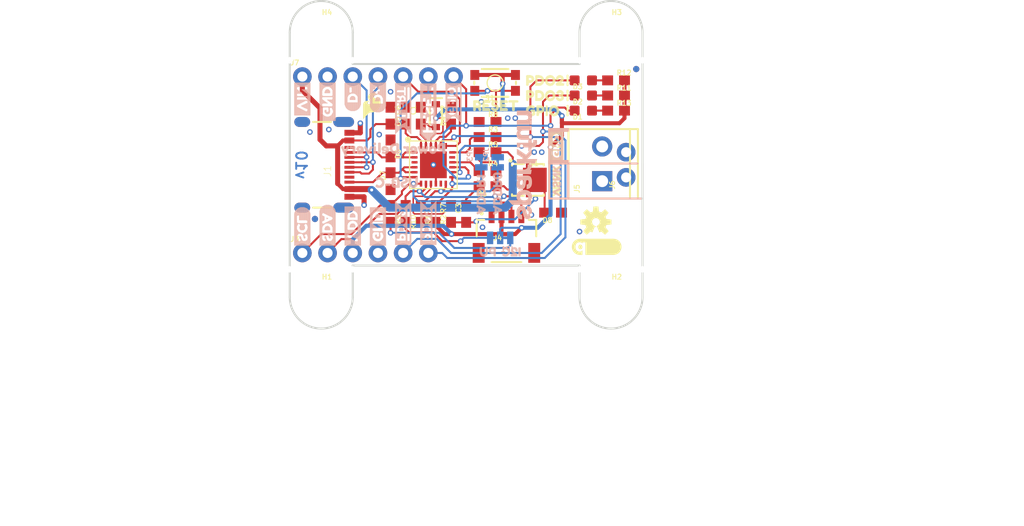
<source format=kicad_pcb>
(kicad_pcb (version 20211014) (generator pcbnew)
  (layers (0 "F.Cu" signal) (31 "B.Cu" signal) (34 "B.Paste" user) (35 "F.Paste" user) (36 "B.SilkS" user "B.Silkscreen") (37 "F.SilkS" user "F.Silkscreen") (38 "B.Mask" user) (39 "F.Mask" user) (44 "Edge.Cuts" user))
  (net 0 "")
  (net 1 "CC1")
  (net 2 "CC2")
  (net 3 "GND")
  (net 4 "D+")
  (net 5 "D-")
  (net 6 "SHIELD")
  (net 7 "1.2V")
  (net 8 "2.7V")
  (net 9 "VBUS_VS_DISCH")
  (net 10 "EN_SNK")
  (net 11 "N$8")
  (net 12 "N$10")
  (net 13 "DISCH")
  (net 14 "POWER_PDO2")
  (net 15 "POWER_PDO3")
  (net 16 "~{ALERT}")
  (net 17 "SDA")
  (net 18 "SCL")
  (net 19 "RESET")
  (net 20 "VSNK")
  (net 21 "N$5")
  (net 22 "N$6")
  (net 23 "ADDR0")
  (net 24 "ADDR1")
  (net 25 "N$13")
  (net 26 "N$1")
  (net 27 "N$2")
  (net 28 "VIN")
  (net 29 "VDD")
  (net 30 "GPIO")
  (footprint "boardEagle:JST04_1MM_RA" (layer "F.Cu") (at 152.5651 110.2106)
    (fp_text reference "J4")
    (fp_text value "QWIIC")
  )
  (footprint "boardEagle:0603" (layer "F.Cu") (at 150.6601 107.1626 180)
    (fp_text reference "R6")
    (fp_text value "100")
  )
  (footprint "" (layer "F.Cu") (at 131.9911 94.4626)
    (fp_text reference "@HOLE16" hide)
    (fp_text value "")
  )
  (footprint "boardEagle:0603" (layer "F.Cu") (at 163.6141 98.0186)
    (fp_text reference "R11")
    (fp_text value "1k")
  )
  (footprint "boardEagle:1X07_NO_SILK" (layer "F.Cu") (at 131.9911 96.1136)
    (fp_text reference "J7")
    (fp_text value "")
  )
  (footprint "boardEagle:8-POWERVDFN-3X3" (layer "F.Cu") (at 154.7241 106.5276 -90)
    (fp_text reference "Q1")
    (fp_text value "9A/30V/15mΩ")
  )
  (footprint "" (layer "F.Cu") (at 166.2811 115.5446)
    (fp_text reference "@HOLE11" hide)
    (fp_text value "")
  )
  (footprint "" (layer "F.Cu") (at 162.4711 94.4626)
    (fp_text reference "@HOLE18" hide)
    (fp_text value "")
  )
  (footprint "" (layer "F.Cu") (at 135.8011 115.5446)
    (fp_text reference "@HOLE4" hide)
    (fp_text value "")
  )
  (footprint "boardEagle:QWIIC_5MM" (layer "F.Cu") (at 161.6329 113.2586)
    (fp_text reference "LOGO3" hide)
    (fp_text value "QWIIC_LOGO_5MM" hide)
  )
  (footprint "" (layer "F.Cu") (at 163.7411 94.4626)
    (fp_text reference "@HOLE19" hide)
    (fp_text value "")
  )
  (footprint "boardEagle:0603" (layer "F.Cu") (at 140.8811 106.6546 90)
    (fp_text reference "D7")
    (fp_text value "24V")
  )
  (footprint "" (layer "F.Cu") (at 161.2011 115.5446)
    (fp_text reference "@HOLE8" hide)
    (fp_text value "")
  )
  (footprint "" (layer "F.Cu") (at 161.2011 94.4626)
    (fp_text reference "@HOLE22" hide)
    (fp_text value "")
  )
  (footprint "" (layer "F.Cu") (at 135.8011 94.4626)
    (fp_text reference "@HOLE14" hide)
    (fp_text value "")
  )
  (footprint "boardEagle:0603" (layer "F.Cu") (at 143.9291 100.0506 90)
    (fp_text reference "C1")
    (fp_text value "1.0uF")
  )
  (footprint "" (layer "F.Cu") (at 130.7211 115.5446)
    (fp_text reference "@HOLE3" hide)
    (fp_text value "")
  )
  (footprint "boardEagle:0603" (layer "F.Cu") (at 143.9291 109.9566 -90)
    (fp_text reference "R1")
    (fp_text value "100k")
  )
  (footprint "" (layer "F.Cu") (at 166.2811 94.4626)
    (fp_text reference "@HOLE21" hide)
    (fp_text value "")
  )
  (footprint "boardEagle:0603" (layer "F.Cu") (at 163.6141 99.5426)
    (fp_text reference "R13")
    (fp_text value "1k")
  )
  (footprint "boardEagle:0603" (layer "F.Cu") (at 140.8811 109.9566 -90)
    (fp_text reference "R9")
    (fp_text value "2.2k")
  )
  (footprint "boardEagle:OSHW-LOGO-S" (layer "F.Cu") (at 161.5821 110.7694)
    (fp_text reference "LOGO1" hide)
    (fp_text value "OSHW-LOGOS" hide)
  )
  (footprint "" (layer "F.Cu") (at 134.5311 115.5446)
    (fp_text reference "@HOLE0" hide)
    (fp_text value "")
  )
  (footprint "boardEagle:USB-C-16P" (layer "F.Cu") (at 137.0711 105.0036 -90)
    (fp_text reference "J1")
    (fp_text value "")
  )
  (footprint "boardEagle:0603" (layer "F.Cu") (at 163.6141 96.4946)
    (fp_text reference "R12")
    (fp_text value "1k")
  )
  (footprint "boardEagle:SFE_LOGO_FLAME_.1" (layer "F.Cu") (at 138.9761 99.0346)
    (fp_text reference "U$25" hide)
    (fp_text value "" hide)
  )
  (footprint "boardEagle:LED-0603" (layer "F.Cu") (at 160.3121 96.4946 180)
    (fp_text reference "D3")
    (fp_text value "GREEN")
  )
  (footprint "boardEagle:0603" (layer "F.Cu") (at 145.4531 109.9566 -90)
    (fp_text reference "R2")
    (fp_text value "100k")
  )
  (footprint "" (layer "F.Cu") (at 137.0711 94.4626)
    (fp_text reference "@HOLE15" hide)
    (fp_text value "")
  )
  (footprint "boardEagle:STAND-OFF" (layer "F.Cu") (at 133.8961 118.3386)
    (fp_text reference "H1")
    (fp_text value "STAND-OFF")
  )
  (footprint "boardEagle:STAND-OFF" (layer "F.Cu") (at 163.1061 91.6686)
    (fp_text reference "H3")
    (fp_text value "STAND-OFF")
  )
  (footprint "boardEagle:0603" (layer "F.Cu") (at 148.5011 109.9566 90)
    (fp_text reference "C3")
    (fp_text value "0.1uF")
  )
  (footprint "boardEagle:SOD-323" (layer "F.Cu") (at 145.4531 100.0506 -90)
    (fp_text reference "D4")
    (fp_text value "BAT60A")
  )
  (footprint "" (layer "F.Cu") (at 131.9911 115.5446)
    (fp_text reference "@HOLE2" hide)
    (fp_text value "")
  )
  (footprint "boardEagle:STAND-OFF" (layer "F.Cu") (at 163.1061 118.3386)
    (fp_text reference "H2")
    (fp_text value "STAND-OFF")
  )
  (footprint "boardEagle:PDO35" (layer "F.Cu") (at 153.5811 98.0186)
    (fp_text reference "U$20" hide)
    (fp_text value "" hide)
  )
  (footprint "boardEagle:0603" (layer "F.Cu") (at 150.6601 103.7336)
    (fp_text reference "R5")
    (fp_text value "100k")
  )
  (footprint "" (layer "F.Cu") (at 165.0111 115.5446)
    (fp_text reference "@HOLE10" hide)
    (fp_text value "")
  )
  (footprint "" (layer "F.Cu") (at 133.2611 115.5446)
    (fp_text reference "@HOLE1" hide)
    (fp_text value "")
  )
  (footprint "" (layer "F.Cu") (at 165.0111 94.4626)
    (fp_text reference "@HOLE20" hide)
    (fp_text value "")
  )
  (footprint "boardEagle:0603" (layer "F.Cu") (at 140.8811 103.3526 -90)
    (fp_text reference "D6")
    (fp_text value "24V")
  )
  (footprint "" (layer "F.Cu") (at 134.5311 94.4626)
    (fp_text reference "@HOLE13" hide)
    (fp_text value "")
  )
  (footprint "boardEagle:0603" (layer "F.Cu") (at 146.9771 100.0506 90)
    (fp_text reference "C2")
    (fp_text value "1.0uF")
  )
  (footprint "boardEagle:VSNK1" (layer "F.Cu") (at 157.6451 104.3686 -90)
    (fp_text reference "U$21" hide)
    (fp_text value "" hide)
  )
  (footprint "boardEagle:TACTILE_SWITCH_SMD_4.6X2.8MM" (layer "F.Cu") (at 151.4221 96.7486 180)
    (fp_text reference "S1")
    (fp_text value "")
  )
  (footprint "boardEagle:PDO24" (layer "F.Cu") (at 153.5811 96.4946)
    (fp_text reference "U$19" hide)
    (fp_text value "" hide)
  )
  (footprint "boardEagle:QFN-24" (layer "F.Cu") (at 145.1991 105.0036)
    (fp_text reference "U1" hide)
    (fp_text value "STUSB4500" hide)
  )
  (footprint "boardEagle:1X02_NO_SILK" (layer "F.Cu") (at 164.6301 106.2736 90)
    (fp_text reference "J6")
    (fp_text value "")
  )
  (footprint "" (layer "F.Cu") (at 133.2611 94.4626)
    (fp_text reference "@HOLE12" hide)
    (fp_text value "")
  )
  (footprint "boardEagle:0603" (layer "F.Cu") (at 146.9771 109.9566 90)
    (fp_text reference "R7")
    (fp_text value "1k")
  )
  (footprint "boardEagle:RESET7" (layer "F.Cu") (at 148.2471 99.0346)
    (fp_text reference "U$17" hide)
    (fp_text value "" hide)
  )
  (footprint "" (layer "F.Cu") (at 137.0711 115.5446)
    (fp_text reference "@HOLE5" hide)
    (fp_text value "")
  )
  (footprint "boardEagle:SCREWTERMINAL-3.5MM-2" (layer "F.Cu") (at 162.2171 106.6546 90)
    (fp_text reference "J5")
    (fp_text value "")
  )
  (footprint "boardEagle:1X06_NO_SILK" (layer "F.Cu") (at 131.9911 113.8936)
    (fp_text reference "J3")
    (fp_text value "")
  )
  (footprint "" (layer "F.Cu") (at 159.9311 115.5446)
    (fp_text reference "@HOLE9" hide)
    (fp_text value "")
  )
  (footprint "boardEagle:GPIO1" (layer "F.Cu") (at 153.5811 99.5426)
    (fp_text reference "U$18" hide)
    (fp_text value "" hide)
  )
  (footprint "boardEagle:0603" (layer "F.Cu") (at 150.6601 100.6856)
    (fp_text reference "R8")
    (fp_text value "100k")
  )
  (footprint "boardEagle:GND0" (layer "F.Cu") (at 157.6451 101.1936 -90)
    (fp_text reference "U$22" hide)
    (fp_text value "" hide)
  )
  (footprint "boardEagle:LED-0603" (layer "F.Cu") (at 160.3121 98.0186 180)
    (fp_text reference "D2")
    (fp_text value "Yellow")
  )
  (footprint "" (layer "F.Cu") (at 162.4711 115.5446)
    (fp_text reference "@HOLE7" hide)
    (fp_text value "")
  )
  (footprint "" (layer "F.Cu") (at 163.7411 115.5446)
    (fp_text reference "@HOLE6" hide)
    (fp_text value "")
  )
  (footprint "boardEagle:FIDUCIAL-MICRO" (layer "F.Cu") (at 165.6461 95.3516)
    (fp_text reference "FD2" hide)
    (fp_text value "FIDUCIALUFIDUCIAL" hide)
  )
  (footprint "boardEagle:0603" (layer "F.Cu") (at 140.8811 100.0506 -90)
    (fp_text reference "D5")
    (fp_text value "24V")
  )
  (footprint "boardEagle:0603" (layer "F.Cu") (at 150.6601 102.2096)
    (fp_text reference "R3")
    (fp_text value "1k")
  )
  (footprint "boardEagle:0603" (layer "F.Cu") (at 142.4051 100.0506 90)
    (fp_text reference "C6")
    (fp_text value "1.0uF")
  )
  (footprint "boardEagle:0603" (layer "F.Cu") (at 142.4051 109.9566 -90)
    (fp_text reference "R10")
    (fp_text value "2.2k")
  )
  (footprint "boardEagle:CREATIVE_COMMONS" (layer "F.Cu") (at 121.8311 140.9446)
    (fp_text reference "FRAME1" hide)
    (fp_text value "FRAME-LETTER" hide)
  )
  (footprint "boardEagle:STAND-OFF" (layer "F.Cu") (at 133.8961 91.6686)
    (fp_text reference "H4")
    (fp_text value "STAND-OFF")
  )
  (footprint "" (layer "F.Cu") (at 130.7211 94.4626)
    (fp_text reference "@HOLE17" hide)
    (fp_text value "")
  )
  (footprint "boardEagle:FIDUCIAL-MICRO" (layer "F.Cu") (at 133.2611 110.4646)
    (fp_text reference "FD1" hide)
    (fp_text value "FIDUCIALUFIDUCIAL" hide)
  )
  (footprint "boardEagle:LED-0603" (layer "F.Cu") (at 160.3121 99.5426 180)
    (fp_text reference "D1")
    (fp_text value "BLUE")
  )
  (footprint "boardEagle:0603" (layer "F.Cu") (at 150.6601 105.6386)
    (fp_text reference "R4")
    (fp_text value "22k")
  )
  (footprint "" (layer "F.Cu") (at 159.9311 94.4626)
    (fp_text reference "@HOLE23" hide)
    (fp_text value "")
  )
  (footprint "boardEagle:0603" (layer "F.Cu") (at 157.2641 109.8296 180)
    (fp_text reference "D8")
    (fp_text value "24V")
  )
  (footprint "boardEagle:I2C2" (layer "B.Cu") (at 154.8511 113.7666 180)
    (fp_text reference "U$13" hide)
    (fp_text value "" hide)
  )
  (footprint "boardEagle:VIN6" (layer "B.Cu") (at 131.9911 100.5586 90)
    (fp_text reference "U$12" hide)
    (fp_text value "" hide)
  )
  (footprint "boardEagle:D#8" (layer "B.Cu") (at 137.0711 99.6696 90)
    (fp_text reference "U$7" hide)
    (fp_text value "" hide)
  )
  (footprint "boardEagle:SDA11" (layer "B.Cu") (at 134.5311 113.6396 90)
    (fp_text reference "U$3" hide)
    (fp_text value "" hide)
  )
  (footprint "boardEagle:D#7" (layer "B.Cu") (at 139.6111 99.7966 90)
    (fp_text reference "U$8" hide)
    (fp_text value "" hide)
  )
  (footprint "boardEagle:ADDR11" (layer "B.Cu") (at 150.0251 110.8202 90)
    (fp_text reference "U$16" hide)
    (fp_text value "" hide)
  )
  (footprint "boardEagle:GND6" (layer "B.Cu") (at 139.6111 113.6396 90)
    (fp_text reference "U$2" hide)
    (fp_text value "" hide)
  )
  (footprint "boardEagle:VSNK1" (layer "B.Cu") (at 157.6451 108.9406 90)
    (fp_text reference "U$24" hide)
    (fp_text value "" hide)
  )
  (footprint "boardEagle:VDD2" (layer "B.Cu") (at 137.0711 113.6396 90)
    (fp_text reference "U$1" hide)
    (fp_text value "" hide)
  )
  (footprint "boardEagle:GND6" (layer "B.Cu") (at 134.5311 101.0666 90)
    (fp_text reference "U$11" hide)
    (fp_text value "" hide)
  )
  (footprint "boardEagle:RESET10" (layer "B.Cu") (at 144.6911 102.7176 90)
    (fp_text reference "U$10" hide)
    (fp_text value "" hide)
  )
  (footprint "boardEagle:#GPIO0" (layer "B.Cu") (at 147.2311 101.092 90)
    (fp_text reference "U$5" hide)
    (fp_text value "" hide)
  )
  (footprint "boardEagle:_POWER_DELIVERY2" (layer "B.Cu") (at 147.7391 103.3526 180)
    (fp_text reference "U$27" hide)
    (fp_text value "" hide)
  )
  (footprint "boardEagle:#PDO31" (layer "B.Cu") (at 144.6911 113.7666 90)
    (fp_text reference "U$30" hide)
    (fp_text value "" hide)
  )
  (footprint "boardEagle:SCL12" (layer "B.Cu") (at 131.9911 113.6396 90)
    (fp_text reference "U$4" hide)
    (fp_text value "" hide)
  )
  (footprint "boardEagle:SMT-JUMPER_2_NC_TRACE_NO-SILK" (layer "B.Cu") (at 150.0251 104.7496 -90)
    (fp_text reference "JP3")
    (fp_text value "")
  )
  (footprint "boardEagle:ADDR00" (layer "B.Cu") (at 151.6761 110.8202 90)
    (fp_text reference "U$15" hide)
    (fp_text value "" hide)
  )
  (footprint "boardEagle:USB#C1" (layer "B.Cu") (at 144.6149 106.7816 180)
    (fp_text reference "U$9" hide)
    (fp_text value "" hide)
  )
  (footprint "boardEagle:GND0" (layer "B.Cu") (at 157.6451 105.0036 90)
    (fp_text reference "U$23" hide)
    (fp_text value "" hide)
  )
  (footprint "boardEagle:SFE_LOGO_NAME_.1" (layer "B.Cu") (at 154.2161 105.0036 90)
    (fp_text reference "LOGO2" hide)
    (fp_text value "SFE_LOGO_NAME.1_INCH" hide)
  )
  (footprint "boardEagle:FIDUCIAL-MICRO" (layer "B.Cu") (at 133.2611 110.4646 180)
    (fp_text reference "FD4" hide)
    (fp_text value "FIDUCIALUFIDUCIAL" hide)
  )
  (footprint "boardEagle:#PDO20" (layer "B.Cu") (at 142.1511 113.7666 90)
    (fp_text reference "U$29" hide)
    (fp_text value "" hide)
  )
  (footprint "boardEagle:#ALERT0" (layer "B.Cu") (at 142.1511 102.2096 90)
    (fp_text reference "U$26" hide)
    (fp_text value "" hide)
  )
  (footprint "boardEagle:SMT-JUMPER_2_NC_TRACE_NO-SILK" (layer "B.Cu") (at 151.6761 104.7496 -90)
    (fp_text reference "JP2")
    (fp_text value "")
  )
  (footprint "boardEagle:SMT-JUMPER_3_2-NC_TRACE_NO-SILK" (layer "B.Cu") (at 151.9301 112.3696)
    (fp_text reference "JP1")
    (fp_text value "")
  )
  (footprint "boardEagle:PU3" (layer "B.Cu") (at 152.3111 113.7666 180)
    (fp_text reference "U$14" hide)
    (fp_text value "" hide)
  )
  (footprint "boardEagle:FIDUCIAL-MICRO" (layer "B.Cu") (at 165.6461 95.3516 180)
    (fp_text reference "FD3" hide)
    (fp_text value "FIDUCIALUFIDUCIAL" hide)
  )
  (gr_line (start 156.8831 108.4072) (end 156.8831 104.8766) (layer "B.SilkS") (width 0.2032))
  (gr_line (start 156.8831 104.8766) (end 158.7881 104.8766) (layer "B.SilkS") (width 0.2032))
  (gr_line (start 158.7881 101.5746) (end 156.8831 101.5746) (layer "B.SilkS") (width 0.2032))
  (gr_line (start 158.7881 108.4072) (end 156.8831 108.4072) (layer "B.SilkS") (width 0.2032))
  (gr_line (start 166.2811 108.4072) (end 166.2811 104.8766) (layer "B.SilkS") (width 0.2032))
  (gr_line (start 158.7881 104.8766) (end 165.7731 104.8766) (layer "B.SilkS") (width 0.2032))
  (gr_line (start 156.8831 104.6226) (end 156.8831 101.5746) (layer "B.SilkS") (width 0.2032))
  (gr_line (start 158.7881 101.3968) (end 156.8831 101.3968) (layer "B.SilkS") (width 0.2032))
  (gr_line (start 158.7881 104.6226) (end 156.8831 104.6226) (layer "B.SilkS") (width 0.2032))
  (gr_line (start 156.8831 104.8766) (end 156.8831 104.7496) (layer "B.SilkS") (width 0.2032))
  (gr_line (start 156.8831 104.7496) (end 156.8831 104.6226) (layer "B.SilkS") (width 0.2032))
  (gr_line (start 156.8831 101.5746) (end 156.8831 101.3968) (layer "B.SilkS") (width 0.2032))
  (gr_line (start 158.7881 104.7496) (end 156.8831 104.7496) (layer "B.SilkS") (width 0.2032))
  (gr_line (start 158.7881 104.8766) (end 158.7881 108.4072) (layer "B.SilkS") (width 0.2032))
  (gr_line (start 158.7881 108.4072) (end 166.2811 108.4072) (layer "B.SilkS") (width 0.2032))
  (gr_line (start 156.8831 104.7496) (end 158.7881 104.7496) (layer "F.SilkS") (width 0.2032))
  (gr_line (start 156.8831 104.8766) (end 165.7731 104.8766) (layer "F.SilkS") (width 0.2032))
  (gr_line (start 156.8831 108.4072) (end 156.8831 104.8766) (layer "F.SilkS") (width 0.2032))
  (gr_line (start 156.8831 101.5746) (end 156.8831 101.3968) (layer "F.SilkS") (width 0.2032))
  (gr_line (start 158.9151 108.4072) (end 156.8831 108.4072) (layer "F.SilkS") (width 0.2032))
  (gr_line (start 156.8831 104.7496) (end 156.8831 101.5746) (layer "F.SilkS") (width 0.2032))
  (gr_line (start 156.8831 104.8766) (end 156.8831 104.7496) (layer "F.SilkS") (width 0.2032))
  (gr_line (start 156.8831 101.3968) (end 158.7881 101.3968) (layer "F.SilkS") (width 0.2032))
  (gr_line (start 156.8831 101.5746) (end 158.7881 101.5746) (layer "F.SilkS") (width 0.2032))
  (gr_line (start 130.7211 118.3386) (end 130.7211 91.6686) (layer "Edge.Cuts") (width 0.2032))
  (gr_line (start 166.2811 91.6686) (end 166.2811 118.3386) (layer "Edge.Cuts") (width 0.2032))
  (gr_arc (start 159.9311 91.6686) (mid 160.861036 89.423536) (end 163.1061 88.4936) (layer "Edge.Cuts") (width 0.2032))
  (gr_arc (start 163.1061 121.5136) (mid 160.861036 120.583664) (end 159.9311 118.3386) (layer "Edge.Cuts") (width 0.2032))
  (gr_line (start 159.9311 115.1636) (end 137.0711 115.1636) (layer "Edge.Cuts") (width 0.2032))
  (gr_line (start 137.0711 91.6686) (end 137.0711 94.8436) (layer "Edge.Cuts") (width 0.2032))
  (gr_arc (start 130.7211 91.6686) (mid 131.651036 89.423536) (end 133.8961 88.4936) (layer "Edge.Cuts") (width 0.2032))
  (gr_arc (start 133.8961 88.4936) (mid 136.141164 89.423536) (end 137.0711 91.6686) (layer "Edge.Cuts") (width 0.2032))
  (gr_arc (start 163.1061 88.4936) (mid 165.351164 89.423536) (end 166.2811 91.6686) (layer "Edge.Cuts") (width 0.2032))
  (gr_line (start 137.0711 94.8436) (end 159.9311 94.8436) (layer "Edge.Cuts") (width 0.2032))
  (gr_arc (start 137.0711 118.3386) (mid 136.141164 120.583664) (end 133.8961 121.5136) (layer "Edge.Cuts") (width 0.2032))
  (gr_line (start 137.0711 115.1636) (end 137.0711 118.3386) (layer "Edge.Cuts") (width 0.2032))
  (gr_line (start 159.9311 118.3386) (end 159.9311 115.1636) (layer "Edge.Cuts") (width 0.2032))
  (gr_line (start 159.9311 94.8436) (end 159.9311 91.6686) (layer "Edge.Cuts") (width 0.2032))
  (gr_arc (start 133.8961 121.5136) (mid 131.651036 120.583664) (end 130.7211 118.3386) (layer "Edge.Cuts") (width 0.2032))
  (gr_arc (start 166.2811 118.3386) (mid 165.351164 120.583664) (end 163.1061 121.5136) (layer "Edge.Cuts") (width 0.2032))
  (gr_text "v10" (at 131.2291 105.0036 -90) (layer "B.Cu") (effects (font (size 1.0795 1.0795) (thickness 0.1905)) (justify bottom mirror)))
  (segment (start 142.1511 103.9876) (end 142.1511 104.2536) (width 0.2032) (layer "F.Cu") (net 1))
  (segment (start 143.2991 104.2536) (end 142.1511 104.2536) (width 0.2032) (layer "F.Cu") (net 1))
  (segment (start 142.1511 104.2536) (end 140.9321 104.2536) (width 0.2032) (layer "F.Cu") (net 1))
  (segment (start 139.5041 103.7536) (end 140.0041 104.2536) (width 0.2032) (layer "F.Cu") (net 1))
  (segment (start 140.9321 104.2536) (end 140.8811 104.2026) (width 0.2032) (layer "F.Cu") (net 1))
  (segment (start 140.0041 104.2536) (end 140.9321 104.2536) (width 0.2032) (layer "F.Cu") (net 1))
  (segment (start 136.7311 103.7536) (end 139.5041 103.7536) (width 0.2032) (layer "F.Cu") (net 1))
  (segment (start 142.3851 103.7536) (end 142.1511 103.9876) (width 0.2032) (layer "F.Cu") (net 1))
  (segment (start 143.2991 103.7536) (end 142.3851 103.7536) (width 0.2032) (layer "F.Cu") (net 1))
  (segment (start 143.2991 105.7536) (end 142.3931 105.7536) (width 0.2032) (layer "F.Cu") (net 2))
  (segment (start 142.3931 105.7536) (end 142.0876 105.4481) (width 0.2032) (layer "F.Cu") (net 2))
  (segment (start 140.0681 105.8046) (end 139.1191 106.7536) (width 0.2032) (layer "F.Cu") (net 2))
  (segment (start 136.7311 106.7536) (end 139.1191 106.7536) (width 0.2032) (layer "F.Cu") (net 2))
  (segment (start 143.2951 105.2576) (end 142.2781 105.2576) (width 0.2032) (layer "F.Cu") (net 2))
  (segment (start 140.8811 105.8046) (end 140.0681 105.8046) (width 0.2032) (layer "F.Cu") (net 2))
  (segment (start 141.7311 105.8046) (end 142.0876 105.4481) (width 0.2032) (layer "F.Cu") (net 2))
  (segment (start 142.0876 105.4481) (end 142.2781 105.2576) (width 0.2032) (layer "F.Cu") (net 2))
  (segment (start 143.2991 105.2536) (end 143.2951 105.2576) (width 0.2032) (layer "F.Cu") (net 2))
  (segment (start 140.8811 105.8046) (end 141.7311 105.8046) (width 0.2032) (layer "F.Cu") (net 2))
  (segment (start 138.2141 108.2286) (end 138.2141 109.0676) (width 0.508) (layer "F.Cu") (net 3))
  (segment (start 136.7311 101.7786) (end 137.8331 101.7786) (width 0.508) (layer "F.Cu") (net 3))
  (segment (start 145.4491 105.2536) (end 145.1991 105.0036) (width 0.2032) (layer "F.Cu") (net 3))
  (segment (start 137.8331 101.7786) (end 137.8331 100.8126) (width 0.508) (layer "F.Cu") (net 3))
  (segment (start 136.7311 108.2286) (end 138.2141 108.2286) (width 0.508) (layer "F.Cu") (net 3))
  (segment (start 144.9491 104.7536) (end 145.1991 105.0036) (width 0.2032) (layer "F.Cu") (net 3))
  (segment (start 145.4491 106.9036) (end 145.4491 105.2536) (width 0.2032) (layer "F.Cu") (net 3))
  (via (at 159.9311 111.7346) (size 0.5588) (drill 0.3048) (layers "F.Cu" "B.Cu") (net 3))
  (via (at 137.8331 100.8126) (size 0.5588) (drill 0.3048) (layers "F.Cu" "B.Cu") (net 3))
  (via (at 150.0251 98.6536) (size 0.5588) (drill 0.3048) (layers "F.Cu" "B.Cu") (net 3))
  (via (at 145.1991 105.0036) (size 0.5588) (drill 0.3048) (layers "F.Cu" "B.Cu") (net 3))
  (via (at 139.7381 101.9556) (size 0.5588) (drill 0.3048) (layers "F.Cu" "B.Cu") (net 3))
  (via (at 150.1521 111.3028) (size 0.5588) (drill 0.3048) (layers "F.Cu" "B.Cu") (net 3))
  (via (at 140.8811 97.6376) (size 0.5588) (drill 0.3048) (layers "F.Cu" "B.Cu") (net 3))
  (via (at 138.2141 109.0676) (size 0.5588) (drill 0.3048) (layers "F.Cu" "B.Cu") (net 3))
  (via (at 153.4541 100.3046) (size 0.5588) (drill 0.3048) (layers "F.Cu" "B.Cu") (net 3))
  (via (at 156.1211 103.7336) (size 0.5588) (drill 0.3048) (layers "F.Cu" "B.Cu") (net 3))
  (via (at 155.0797 110.0582) (size 0.5588) (drill 0.3048) (layers "F.Cu" "B.Cu") (net 3))
  (via (at 155.3591 103.7336) (size 0.5588) (drill 0.3048) (layers "F.Cu" "B.Cu") (net 3))
  (via (at 152.6921 100.3046) (size 0.5588) (drill 0.3048) (layers "F.Cu" "B.Cu") (net 3))
  (segment (start 139.1031 104.7376) (end 139.0911 104.7496) (width 0.2032) (layer "F.Cu") (net 4))
  (segment (start 139.0911 104.7496) (end 137.9601 104.7496) (width 0.2032) (layer "F.Cu") (net 4))
  (segment (start 139.1031 105.4996) (end 139.1031 104.7376) (width 0.2032) (layer "F.Cu") (net 4))
  (segment (start 137.9601 104.7536) (end 137.9601 104.7496) (width 0.2032) (layer "F.Cu") (net 4))
  (segment (start 136.7311 105.7536) (end 137.8211 105.7536) (width 0.2032) (layer "F.Cu") (net 4))
  (segment (start 136.7311 104.7536) (end 137.9601 104.7536) (width 0.2032) (layer "F.Cu") (net 4))
  (segment (start 139.1031 105.4996) (end 138.7101 105.8926) (width 0.2032) (layer "F.Cu") (net 4))
  (segment (start 137.8211 105.7536) (end 137.9601 105.8926) (width 0.2032) (layer "F.Cu") (net 4))
  (segment (start 137.9601 105.8926) (end 138.7101 105.8926) (width 0.2032) (layer "F.Cu") (net 4))
  (via (at 139.1031 104.7376) (size 0.5588) (drill 0.3048) (layers "F.Cu" "B.Cu") (net 4))
  (segment (start 139.5476 97.3201) (end 139.1031 97.7646) (width 0.2032) (layer "B.Cu") (net 4))
  (segment (start 139.6111 96.1136) (end 139.6111 97.2566) (width 0.2032) (layer "B.Cu") (net 4))
  (segment (start 139.6111 97.2566) (end 139.5476 97.3201) (width 0.2032) (layer "B.Cu") (net 4))
  (segment (start 139.1031 97.7646) (end 139.1031 104.7376) (width 0.2032) (layer "B.Cu") (net 4))
  (segment (start 136.7311 104.2536) (end 136.7311 104.2362) (width 0.2032) (layer "F.Cu") (net 5))
  (segment (start 136.7311 105.2536) (end 138.4681 105.2536) (width 0.2032) (layer "F.Cu") (net 5))
  (segment (start 136.7311 104.2362) (end 138.4681 104.2362) (width 0.2032) (layer "F.Cu") (net 5))
  (segment (start 138.4681 105.2536) (end 138.4681 105.2576) (width 0.2032) (layer "F.Cu") (net 5))
  (via (at 138.4681 104.2362) (size 0.5588) (drill 0.3048) (layers "F.Cu" "B.Cu") (net 5))
  (via (at 138.4681 105.2576) (size 0.5588) (drill 0.3048) (layers "F.Cu" "B.Cu") (net 5))
  (segment (start 138.4681 105.2576) (end 138.4681 104.2362) (width 0.2032) (layer "B.Cu") (net 5))
  (segment (start 138.4681 97.5106) (end 137.0711 96.1136) (width 0.2032) (layer "B.Cu") (net 5))
  (segment (start 138.4681 104.2362) (end 138.4681 97.5106) (width 0.2032) (layer "B.Cu") (net 5))
  (via (at 134.6581 101.4476) (size 0.5588) (drill 0.3048) (layers "F.Cu" "B.Cu") (net 6))
  (via (at 132.7531 101.7016) (size 0.5588) (drill 0.3048) (layers "F.Cu" "B.Cu") (net 6))
  (segment (start 145.8595 102.1842) (end 145.4491 102.5946) (width 0.2032) (layer "F.Cu") (net 7))
  (segment (start 145.4491 102.5946) (end 145.4491 103.1036) (width 0.2032) (layer "F.Cu") (net 7))
  (segment (start 146.9771 100.9006) (end 146.9771 101.6541) (width 0.2032) (layer "F.Cu") (net 7))
  (segment (start 146.9771 101.6541) (end 146.447 102.1842) (width 0.2032) (layer "F.Cu") (net 7))
  (segment (start 146.447 102.1842) (end 145.8595 102.1842) (width 0.2032) (layer "F.Cu") (net 7))
  (segment (start 144.8759 101.2006) (end 145.4531 101.2006) (width 0.2032) (layer "F.Cu") (net 8))
  (segment (start 143.9291 100.9006) (end 143.9291 101.9556) (width 0.2032) (layer "F.Cu") (net 8))
  (segment (start 143.9291 101.9556) (end 144.4491 102.4756) (width 0.2032) (layer "F.Cu") (net 8))
  (segment (start 144.5759 100.9006) (end 144.8759 101.2006) (width 0.2032) (layer "F.Cu") (net 8))
  (segment (start 144.4491 102.4756) (end 144.4491 103.1036) (width 0.2032) (layer "F.Cu") (net 8))
  (segment (start 143.9291 100.9006) (end 144.5759 100.9006) (width 0.2032) (layer "F.Cu") (net 8))
  (segment (start 147.0991 103.7536) (end 148.4811 103.7536) (width 0.2032) (layer "F.Cu") (net 9))
  (segment (start 148.8821 102.4636) (end 149.1361 102.2096) (width 0.2032) (layer "F.Cu") (net 9))
  (segment (start 149.1361 102.2096) (end 149.8101 102.2096) (width 0.2032) (layer "F.Cu") (net 9))
  (segment (start 148.8821 103.3526) (end 148.8821 102.4636) (width 0.2032) (layer "F.Cu") (net 9))
  (segment (start 148.4811 103.7536) (end 148.8821 103.3526) (width 0.2032) (layer "F.Cu") (net 9))
  (segment (start 149.8101 105.6386) (end 148.9251 104.7536) (width 0.2032) (layer "F.Cu") (net 10))
  (segment (start 148.9251 104.7536) (end 147.0991 104.7536) (width 0.2032) (layer "F.Cu") (net 10))
  (segment (start 149.8101 103.7336) (end 149.8101 104.5346) (width 0.2032) (layer "F.Cu") (net 11))
  (segment (start 151.2951 104.7496) (end 151.5101 104.9646) (width 0.2032) (layer "F.Cu") (net 11))
  (segment (start 153.1991 107.5026) (end 152.6511 107.5026) (width 0.2032) (layer "F.Cu") (net 11))
  (segment (start 151.5101 105.6386) (end 151.5101 107.1626) (width 0.2032) (layer "F.Cu") (net 11))
  (segment (start 151.5101 104.9646) (end 151.5101 105.6386) (width 0.2032) (layer "F.Cu") (net 11))
  (segment (start 152.6511 107.5026) (end 152.3111 107.1626) (width 0.2032) (layer "F.Cu") (net 11))
  (segment (start 149.8101 104.5346) (end 150.0251 104.7496) (width 0.2032) (layer "F.Cu") (net 11))
  (segment (start 152.3111 107.1626) (end 151.5101 107.1626) (width 0.2032) (layer "F.Cu") (net 11))
  (segment (start 150.0251 104.7496) (end 151.2951 104.7496) (width 0.2032) (layer "F.Cu") (net 11))
  (segment (start 148.5011 108.4716) (end 148.5011 109.1066) (width 0.2032) (layer "F.Cu") (net 12))
  (segment (start 149.8101 107.1626) (end 148.5011 108.4716) (width 0.2032) (layer "F.Cu") (net 12))
  (segment (start 144.9491 106.9036) (end 144.9491 107.4126) (width 0.1524) (layer "F.Cu") (net 13))
  (segment (start 144.9491 107.4126) (end 144.1831 108.1786) (width 0.1524) (layer "F.Cu") (net 13))
  (segment (start 146.1271 109.9566) (end 146.9771 109.1066) (width 0.1524) (layer "F.Cu") (net 13))
  (segment (start 144.1831 108.1786) (end 143.2941 108.1786) (width 0.1524) (layer "F.Cu") (net 13))
  (segment (start 143.1671 109.8296) (end 143.2941 109.9566) (width 0.1524) (layer "F.Cu") (net 13))
  (segment (start 143.2941 109.9566) (end 146.1271 109.9566) (width 0.1524) (layer "F.Cu") (net 13))
  (segment (start 143.2941 108.1786) (end 143.1671 108.3056) (width 0.1524) (layer "F.Cu") (net 13))
  (segment (start 143.1671 108.3056) (end 143.1671 109.8296) (width 0.1524) (layer "F.Cu") (net 13))
  (segment (start 155.6131 96.4946) (end 159.4351 96.4946) (width 0.2032) (layer "F.Cu") (net 14))
  (segment (start 146.1643 102.5144) (end 145.9491 102.7296) (width 0.2032) (layer "F.Cu") (net 14))
  (segment (start 146.9771 102.5144) (end 146.1643 102.5144) (width 0.2032) (layer "F.Cu") (net 14))
  (segment (start 145.9491 102.7296) (end 145.9491 103.1036) (width 0.2032) (layer "F.Cu") (net 14))
  (segment (start 154.9781 97.1296) (end 155.6131 96.4946) (width 0.2032) (layer "F.Cu") (net 14))
  (segment (start 154.9781 102.2096) (end 154.9781 97.1296) (width 0.2032) (layer "F.Cu") (net 14))
  (segment (start 147.2819 102.2096) (end 146.9771 102.5144) (width 0.2032) (layer "F.Cu") (net 14))
  (via (at 147.2819 102.2096) (size 0.5588) (drill 0.3048) (layers "F.Cu" "B.Cu") (net 14))
  (via (at 154.9781 102.2096) (size 0.5588) (drill 0.3048) (layers "F.Cu" "B.Cu") (net 14))
  (segment (start 145.5547 112.4712) (end 143.5735 112.4712) (width 0.2032) (layer "B.Cu") (net 14))
  (segment (start 158.0261 111.9886) (end 156.1211 113.8936) (width 0.2032) (layer "B.Cu") (net 14))
  (segment (start 143.5735 112.4712) (end 142.1511 113.8936) (width 0.2032) (layer "B.Cu") (net 14))
  (segment (start 157.4419 102.2096) (end 158.0261 102.7938) (width 0.2032) (layer "B.Cu") (net 14))
  (segment (start 154.9019 102.108) (end 147.3835 102.108) (width 0.2032) (layer "B.Cu") (net 14))
  (segment (start 158.0261 102.7938) (end 158.0261 111.9886) (width 0.2032) (layer "B.Cu") (net 14))
  (segment (start 146.9771 113.8936) (end 145.5547 112.4712) (width 0.2032) (layer "B.Cu") (net 14))
  (segment (start 154.9781 102.2096) (end 157.4419 102.2096) (width 0.2032) (layer "B.Cu") (net 14))
  (segment (start 147.3835 102.108) (end 147.2819 102.2096) (width 0.2032) (layer "B.Cu") (net 14))
  (segment (start 154.9781 102.2096) (end 154.9781 102.1842) (width 0.2032) (layer "B.Cu") (net 14))
  (segment (start 156.1211 113.8936) (end 146.9771 113.8936) (width 0.2032) (layer "B.Cu") (net 14))
  (segment (start 154.9781 102.1842) (end 154.9019 102.108) (width 0.2032) (layer "B.Cu") (net 14))
  (segment (start 156.2481 101.6508) (end 156.2481 98.6536) (width 0.2032) (layer "F.Cu") (net 15))
  (segment (start 156.2481 102.7176) (end 155.8671 103.0986) (width 0.2032) (layer "F.Cu") (net 15))
  (segment (start 147.0991 105.7536) (end 147.8661 105.7536) (width 0.2032) (layer "F.Cu") (net 15))
  (segment (start 156.8831 98.0186) (end 159.4351 98.0186) (width 0.2032) (layer "F.Cu") (net 15))
  (segment (start 156.2481 101.6508) (end 156.2481 102.7176) (width 0.2032) (layer "F.Cu") (net 15))
  (segment (start 156.2481 98.6536) (end 156.8831 98.0186) (width 0.2032) (layer "F.Cu") (net 15))
  (segment (start 155.8671 103.0986) (end 154.0891 103.0986) (width 0.2032) (layer "F.Cu") (net 15))
  (segment (start 147.8661 105.7536) (end 147.8661 105.7656) (width 0.2032) (layer "F.Cu") (net 15))
  (via (at 156.2481 101.6508) (size 0.5588) (drill 0.3048) (layers "F.Cu" "B.Cu") (net 15))
  (via (at 147.8661 105.7656) (size 0.5588) (drill 0.3048) (layers "F.Cu" "B.Cu") (net 15))
  (via (at 154.0891 103.0986) (size 0.5588) (drill 0.3048) (layers "F.Cu" "B.Cu") (net 15))
  (segment (start 148.3741 103.0986) (end 147.8661 103.6066) (width 0.2032) (layer "B.Cu") (net 15))
  (segment (start 147.8661 103.6066) (end 147.8661 105.7656) (width 0.2032) (layer "B.Cu") (net 15))
  (segment (start 156.2481 101.6508) (end 157.6197 101.6508) (width 0.2032) (layer "B.Cu") (net 15))
  (segment (start 154.0891 103.0986) (end 148.3741 103.0986) (width 0.2032) (layer "B.Cu") (net 15))
  (segment (start 158.5087 102.5398) (end 158.5087 112.3188) (width 0.2032) (layer "B.Cu") (net 15))
  (segment (start 146.5961 114.4016) (end 146.0881 113.8936) (width 0.2032) (layer "B.Cu") (net 15))
  (segment (start 158.5087 112.3188) (end 156.4259 114.4016) (width 0.2032) (layer "B.Cu") (net 15))
  (segment (start 144.6911 113.8936) (end 146.0881 113.8936) (width 0.2032) (layer "B.Cu") (net 15))
  (segment (start 157.6197 101.6508) (end 158.5087 102.5398) (width 0.2032) (layer "B.Cu") (net 15))
  (segment (start 156.4259 114.4016) (end 146.5961 114.4016) (width 0.2032) (layer "B.Cu") (net 15))
  (segment (start 143.6751 97.6376) (end 142.1511 96.1136) (width 0.2032) (layer "F.Cu") (net 16))
  (segment (start 147.5055 103.1036) (end 146.4491 103.1036) (width 0.2032) (layer "F.Cu") (net 16))
  (segment (start 147.1041 97.6376) (end 143.6751 97.6376) (width 0.2032) (layer "F.Cu") (net 16))
  (segment (start 147.1041 97.6376) (end 147.8661 98.3996) (width 0.2032) (layer "F.Cu") (net 16))
  (segment (start 147.8661 102.743) (end 147.5055 103.1036) (width 0.2032) (layer "F.Cu") (net 16))
  (segment (start 147.8661 98.3996) (end 147.8661 102.743) (width 0.2032) (layer "F.Cu") (net 16))
  (segment (start 144.4491 107.343088) (end 144.4491 106.9036) (width 0.2032) (layer "F.Cu") (net 17))
  (segment (start 152.0571 108.8136) (end 151.4221 108.1786) (width 0.2032) (layer "F.Cu") (net 17))
  (segment (start 142.4051 109.1066) (end 142.3924 109.0939) (width 0.2032) (layer "F.Cu") (net 17))
  (segment (start 143.85345 107.6706) (end 143.86615 107.6833) (width 0.2032) (layer "F.Cu") (net 17))
  (segment (start 152.6921 108.8136) (end 152.0571 108.8136) (width 0.2032) (layer "F.Cu") (net 17))
  (segment (start 141.5551 109.9566) (end 139.7381 109.9566) (width 0.2032) (layer "F.Cu") (net 17))
  (segment (start 142.4051 109.1066) (end 141.5551 109.9566) (width 0.2032) (layer "F.Cu") (net 17))
  (segment (start 142.9131 107.6706) (end 143.8021 107.6706) (width 0.2032) (layer "F.Cu") (net 17))
  (segment (start 142.3924 109.0939) (end 142.3924 108.1913) (width 0.2032) (layer "F.Cu") (net 17))
  (segment (start 144.108887 107.6833) (end 144.4491 107.343088) (width 0.2032) (layer "F.Cu") (net 17))
  (segment (start 143.86615 107.6833) (end 144.108887 107.6833) (width 0.2032) (layer "F.Cu") (net 17))
  (segment (start 153.0651 109.1866) (end 152.6921 108.8136) (width 0.2032) (layer "F.Cu") (net 17))
  (segment (start 142.3924 108.1913) (end 142.9131 107.6706) (width 0.2032) (layer "F.Cu") (net 17))
  (segment (start 135.9281 112.4966) (end 134.5311 113.8936) (width 0.2032) (layer "F.Cu") (net 17))
  (segment (start 139.7381 109.9566) (end 137.1981 112.4966) (width 0.2032) (layer "F.Cu") (net 17))
  (segment (start 153.0651 110.2106) (end 153.0651 109.1866) (width 0.2032) (layer "F.Cu") (net 17))
  (segment (start 143.8021 107.6706) (end 143.85345 107.6706) (width 0.2032) (layer "F.Cu") (net 17))
  (segment (start 137.1981 112.4966) (end 135.9281 112.4966) (width 0.2032) (layer "F.Cu") (net 17))
  (via (at 151.4221 108.1786) (size 0.5588) (drill 0.3048) (layers "F.Cu" "B.Cu") (net 17))
  (via (at 143.8021 107.6706) (size 0.5588) (drill 0.3048) (layers "F.Cu" "B.Cu") (net 17))
  (segment (start 144.3863 108.2548) (end 143.8021 107.6706) (width 0.2032) (layer "B.Cu") (net 17))
  (segment (start 151.3459 108.2548) (end 144.3863 108.2548) (width 0.2032) (layer "B.Cu") (net 17))
  (segment (start 151.4221 108.1786) (end 151.3459 108.2548) (width 0.2032) (layer "B.Cu") (net 17))
  (segment (start 154.0651 109.0436) (end 153.2001 108.1786) (width 0.2032) (layer "F.Cu") (net 18))
  (segment (start 154.0651 110.2106) (end 154.0651 109.0436) (width 0.2032) (layer "F.Cu") (net 18))
  (segment (start 142.0241 107.6706) (end 142.7861 106.9086) (width 0.2032) (layer "F.Cu") (net 18))
  (segment (start 133.8961 111.9886) (end 131.9911 113.8936) (width 0.2032) (layer "F.Cu") (net 18))
  (segment (start 143.9491 106.9036) (end 143.9441 106.9086) (width 0.2032) (layer "F.Cu") (net 18))
  (segment (start 153.2001 108.1786) (end 152.3111 108.1786) (width 0.2032) (layer "F.Cu") (net 18))
  (segment (start 140.8811 109.1066) (end 142.0241 107.9636) (width 0.2032) (layer "F.Cu") (net 18))
  (segment (start 140.8811 109.1066) (end 139.8261 109.1066) (width 0.2032) (layer "F.Cu") (net 18))
  (segment (start 142.7861 106.9086) (end 143.1925 106.9086) (width 0.2032) (layer "F.Cu") (net 18))
  (segment (start 136.9441 111.9886) (end 133.8961 111.9886) (width 0.2032) (layer "F.Cu") (net 18))
  (segment (start 143.9441 106.9086) (end 143.1925 106.9086) (width 0.2032) (layer "F.Cu") (net 18))
  (segment (start 139.8261 109.1066) (end 136.9441 111.9886) (width 0.2032) (layer "F.Cu") (net 18))
  (segment (start 142.0241 107.9636) (end 142.0241 107.6706) (width 0.2032) (layer "F.Cu") (net 18))
  (via (at 152.3111 108.1786) (size 0.5588) (drill 0.3048) (layers "F.Cu" "B.Cu") (net 18))
  (via (at 143.1925 106.9086) (size 0.5588) (drill 0.3048) (layers "F.Cu" "B.Cu") (net 18))
  (segment (start 143.6751 108.6866) (end 143.1925 108.204) (width 0.2032) (layer "B.Cu") (net 18))
  (segment (start 151.8031 108.6866) (end 143.6751 108.6866) (width 0.2032) (layer "B.Cu") (net 18))
  (segment (start 143.1925 108.204) (end 143.1925 106.9086) (width 0.2032) (layer "B.Cu") (net 18))
  (segment (start 152.3111 108.1786) (end 151.8031 108.6866) (width 0.2032) (layer "B.Cu") (net 18))
  (segment (start 151.5101 100.6856) (end 151.5101 97.5486) (width 0.2032) (layer "F.Cu") (net 19))
  (segment (start 142.0291 106.3806) (end 141.8971 106.3806) (width 0.2032) (layer "F.Cu") (net 19))
  (segment (start 142.1561 106.2536) (end 142.0291 106.3806) (width 0.2032) (layer "F.Cu") (net 19))
  (segment (start 149.3721 97.5486) (end 150.6601 97.5486) (width 0.2032) (layer "F.Cu") (net 19))
  (segment (start 153.4721 97.5486) (end 151.5101 97.5486) (width 0.2032) (layer "F.Cu") (net 19))
  (segment (start 151.5101 97.5486) (end 150.6601 97.5486) (width 0.2032) (layer "F.Cu") (net 19))
  (segment (start 143.2991 106.2536) (end 142.1561 106.2536) (width 0.2032) (layer "F.Cu") (net 19))
  (via (at 141.8971 106.3806) (size 0.5588) (drill 0.3048) (layers "F.Cu" "B.Cu") (net 19))
  (via (at 150.6601 97.5486) (size 0.5588) (drill 0.3048) (layers "F.Cu" "B.Cu") (net 19))
  (segment (start 144.6911 97.8026) (end 144.6911 96.1136) (width 0.2032) (layer "B.Cu") (net 19))
  (segment (start 141.8971 99.4536) (end 141.8971 106.3806) (width 0.2032) (layer "B.Cu") (net 19))
  (segment (start 144.6911 97.8026) (end 143.5481 97.8026) (width 0.2032) (layer "B.Cu") (net 19))
  (segment (start 143.5481 97.8026) (end 141.8971 99.4536) (width 0.2032) (layer "B.Cu") (net 19))
  (segment (start 150.4061 97.8026) (end 144.6911 97.8026) (width 0.2032) (layer "B.Cu") (net 19))
  (segment (start 150.4061 97.8026) (end 150.6601 97.5486) (width 0.2032) (layer "B.Cu") (net 19))
  (segment (start 149.4291 110.8066) (end 148.5011 110.8066) (width 0.2032) (layer "F.Cu") (net 20))
  (segment (start 149.5171 110.7186) (end 149.4291 110.8066) (width 0.2032) (layer "F.Cu") (net 20))
  (segment (start 156.4141 109.8296) (end 156.4141 107.5176) (width 0.2032) (layer "F.Cu") (net 20))
  (segment (start 156.4141 107.5176) (end 155.4241 106.5276) (width 0.2032) (layer "F.Cu") (net 20))
  (segment (start 148.5011 110.8066) (end 146.9771 110.8066) (width 0.2032) (layer "F.Cu") (net 20))
  (via (at 149.5171 110.7186) (size 0.5588) (drill 0.3048) (layers "F.Cu" "B.Cu") (net 20))
  (via (at 155.4861 108.4326) (size 0.5588) (drill 0.3048) (layers "F.Cu" "B.Cu") (net 20))
  (segment (start 153.4287 110.49) (end 149.7457 110.49) (width 0.2032) (layer "B.Cu") (net 20))
  (segment (start 155.4861 108.4326) (end 153.4287 110.49) (width 0.2032) (layer "B.Cu") (net 20))
  (segment (start 149.7457 110.49) (end 149.5171 110.7186) (width 0.2032) (layer "B.Cu") (net 20))
  (segment (start 140.8811 110.8066) (end 140.8811 111.8616) (width 0.2032) (layer "F.Cu") (net 21))
  (via (at 140.8811 111.8616) (size 0.5588) (drill 0.3048) (layers "F.Cu" "B.Cu") (net 21))
  (segment (start 152.9461 113.1316) (end 152.9461 112.3696) (width 0.2032) (layer "B.Cu") (net 21))
  (segment (start 152.6921 113.3856) (end 152.9461 113.1316) (width 0.2032) (layer "B.Cu") (net 21))
  (segment (start 140.8811 111.8616) (end 145.7833 111.8616) (width 0.2032) (layer "B.Cu") (net 21))
  (segment (start 145.7833 111.8616) (end 147.3073 113.3856) (width 0.2032) (layer "B.Cu") (net 21))
  (segment (start 147.3073 113.3856) (end 152.6921 113.3856) (width 0.2032) (layer "B.Cu") (net 21))
  (segment (start 142.7353 111.8108) (end 142.4051 111.4806) (width 0.2032) (layer "F.Cu") (net 22))
  (segment (start 146.0881 112.6998) (end 145.1991 111.8108) (width 0.2032) (layer "F.Cu") (net 22))
  (segment (start 145.1991 111.8108) (end 142.7353 111.8108) (width 0.2032) (layer "F.Cu") (net 22))
  (segment (start 147.9423 112.6998) (end 146.0881 112.6998) (width 0.2032) (layer "F.Cu") (net 22))
  (segment (start 142.4051 111.4806) (end 142.4051 110.8066) (width 0.2032) (layer "F.Cu") (net 22))
  (via (at 147.9423 112.6998) (size 0.5588) (drill 0.3048) (layers "F.Cu" "B.Cu") (net 22))
  (segment (start 147.9423 112.6998) (end 148.2725 112.3696) (width 0.2032) (layer "B.Cu") (net 22))
  (segment (start 148.2725 112.3696) (end 150.9141 112.3696) (width 0.2032) (layer "B.Cu") (net 22))
  (segment (start 146.4491 106.9036) (end 146.4491 107.3096) (width 0.2032) (layer "F.Cu") (net 23))
  (segment (start 145.3651 107.6706) (end 143.9291 109.1066) (width 0.2032) (layer "F.Cu") (net 23))
  (segment (start 146.0881 107.6706) (end 145.9611 107.6706) (width 0.2032) (layer "F.Cu") (net 23))
  (segment (start 145.9611 107.6706) (end 145.3651 107.6706) (width 0.2032) (layer "F.Cu") (net 23))
  (segment (start 146.4491 107.3096) (end 146.0881 107.6706) (width 0.2032) (layer "F.Cu") (net 23))
  (via (at 145.9611 107.6706) (size 0.5588) (drill 0.3048) (layers "F.Cu" "B.Cu") (net 23))
  (segment (start 150.9141 107.6706) (end 151.6761 106.9086) (width 0.2032) (layer "B.Cu") (net 23))
  (segment (start 151.6761 106.9086) (end 151.6761 105.2576) (width 0.2032) (layer "B.Cu") (net 23))
  (segment (start 150.9141 107.6706) (end 145.9611 107.6706) (width 0.2032) (layer "B.Cu") (net 23))
  (segment (start 147.0991 106.2536) (end 147.0991 106.9086) (width 0.2032) (layer "F.Cu") (net 24))
  (segment (start 147.0991 106.9086) (end 147.0991 107.4216) (width 0.2032) (layer "F.Cu") (net 24))
  (segment (start 147.0991 107.4216) (end 145.4531 109.0676) (width 0.2032) (layer "F.Cu") (net 24))
  (segment (start 145.4531 109.1066) (end 145.4531 109.0676) (width 0.2032) (layer "F.Cu") (net 24))
  (via (at 147.0991 106.9086) (size 0.5588) (drill 0.3048) (layers "F.Cu" "B.Cu") (net 24))
  (segment (start 150.0251 106.5276) (end 149.6441 106.9086) (width 0.2032) (layer "B.Cu") (net 24))
  (segment (start 150.0251 105.2576) (end 150.0251 106.5276) (width 0.2032) (layer "B.Cu") (net 24))
  (segment (start 149.6441 106.9086) (end 147.0991 106.9086) (width 0.2032) (layer "B.Cu") (net 24))
  (segment (start 162.7641 99.5426) (end 161.1891 99.5426) (width 0.2032) (layer "F.Cu") (net 25))
  (segment (start 162.7641 98.0186) (end 161.1891 98.0186) (width 0.2032) (layer "F.Cu") (net 26))
  (segment (start 162.7641 96.4946) (end 161.1891 96.4946) (width 0.2032) (layer "F.Cu") (net 27))
  (segment (start 142.4051 101.8286) (end 142.4051 100.9006) (width 0.2032) (layer "F.Cu") (net 28))
  (segment (start 138.8491 101.4476) (end 139.3961 100.9006) (width 0.2032) (layer "F.Cu") (net 28))
  (segment (start 138.8491 102.2096) (end 138.8491 101.4476) (width 0.2032) (layer "F.Cu") (net 28))
  (segment (start 153.2001 104.2416) (end 153.2001 104.902) (width 0.2032) (layer "F.Cu") (net 28))
  (segment (start 138.5051 102.5536) (end 138.8491 102.2096) (width 0.2032) (layer "F.Cu") (net 28))
  (segment (start 133.7691 99.2886) (end 131.9911 97.5106) (width 0.508) (layer "F.Cu") (net 28))
  (segment (start 143.9491 103.1036) (end 143.9491 102.6106) (width 0.2032) (layer "F.Cu") (net 28))
  (segment (start 133.7691 102.4636) (end 134.4041 103.0986) (width 0.508) (layer "F.Cu") (net 28))
  (segment (start 131.9911 96.1136) (end 131.9911 97.5106) (width 0.508) (layer "F.Cu") (net 28))
  (segment (start 135.5471 103.0986) (end 136.0921 102.5536) (width 0.4064) (layer "F.Cu") (net 28))
  (segment (start 151.5101 102.2096) (end 151.5101 103.7336) (width 0.2032) (layer "F.Cu") (net 28))
  (segment (start 143.5481 102.2096) (end 142.7861 102.2096) (width 0.2032) (layer "F.Cu") (net 28))
  (segment (start 152.6921 103.7336) (end 153.2001 104.2416) (width 0.2032) (layer "F.Cu") (net 28))
  (segment (start 140.8811 100.9006) (end 142.4051 100.9006) (width 0.2032) (layer "F.Cu") (net 28))
  (segment (start 142.7861 102.2096) (end 142.4051 101.8286) (width 0.2032) (layer "F.Cu") (net 28))
  (segment (start 138.8861 107.4536) (end 136.7311 107.4536) (width 0.6096) (layer "F.Cu") (net 28))
  (segment (start 143.9491 102.6106) (end 143.5481 102.2096) (width 0.2032) (layer "F.Cu") (net 28))
  (segment (start 133.7691 99.2886) (end 133.7691 102.4636) (width 0.508) (layer "F.Cu") (net 28))
  (segment (start 151.5101 103.7336) (end 152.6921 103.7336) (width 0.2032) (layer "F.Cu") (net 28))
  (segment (start 136.0921 107.4536) (end 135.5471 106.9086) (width 0.4064) (layer "F.Cu") (net 28))
  (segment (start 136.7311 107.4536) (end 136.0921 107.4536) (width 0.4064) (layer "F.Cu") (net 28))
  (segment (start 139.3961 100.9006) (end 140.8811 100.9006) (width 0.2032) (layer "F.Cu") (net 28))
  (segment (start 135.5471 106.9086) (end 135.5471 103.0986) (width 0.508) (layer "F.Cu") (net 28))
  (segment (start 136.7311 102.5536) (end 138.5051 102.5536) (width 0.2032) (layer "F.Cu") (net 28))
  (segment (start 135.5471 103.0986) (end 134.4041 103.0986) (width 0.508) (layer "F.Cu") (net 28))
  (segment (start 136.7311 102.5536) (end 136.0921 102.5536) (width 0.4064) (layer "F.Cu") (net 28))
  (segment (start 138.9761 107.5436) (end 138.8861 107.4536) (width 0.6096) (layer "F.Cu") (net 28))
  (via (at 153.2001 104.902) (size 0.5588) (drill 0.3048) (layers "F.Cu" "B.Cu") (net 28))
  (via (at 138.9761 107.5436) (size 0.5588) (drill 0.3048) (layers "F.Cu" "B.Cu") (net 28))
  (segment (start 138.9761 107.5436) (end 140.7541 109.3216) (width 0.8128) (layer "B.Cu") (net 28))
  (segment (start 153.2001 108.5596) (end 153.2001 104.902) (width 0.8128) (layer "B.Cu") (net 28))
  (segment (start 152.4381 109.3216) (end 153.2001 108.5596) (width 0.8128) (layer "B.Cu") (net 28))
  (segment (start 140.7541 109.3216) (end 152.4381 109.3216) (width 0.8128) (layer "B.Cu") (net 28))
  (segment (start 154.0891 111.3536) (end 153.4541 111.9886) (width 0.4064) (layer "F.Cu") (net 29))
  (segment (start 145.9611 100.3046) (end 146.1643 100.5078) (width 0.1524) (layer "F.Cu") (net 29))
  (segment (start 164.4641 98.0186) (end 164.4641 99.5426) (width 0.4064) (layer "F.Cu") (net 29))
  (segment (start 152.0571 111.9886) (end 153.4541 111.9886) (width 0.4064) (layer "F.Cu") (net 29))
  (segment (start 152.1841 96.8376) (end 152.1841 95.9486) (width 0.4064) (layer "F.Cu") (net 29))
  (segment (start 147.0279 111.9886) (end 152.0571 111.9886) (width 0.4064) (layer "F.Cu") (net 29))
  (segment (start 145.4531 111.125) (end 146.3167 111.9886) (width 0.4064) (layer "F.Cu") (net 29))
  (segment (start 146.1643 101.6508) (end 145.9611 101.854) (width 0.1524) (layer "F.Cu") (net 29))
  (segment (start 144.9451 103.0996) (end 144.9491 103.1036) (width 0.2032) (layer "F.Cu") (net 29))
  (segment (start 145.4531 100.3046) (end 145.9611 100.3046) (width 0.1524) (layer "F.Cu") (net 29))
  (segment (start 145.9611 101.854) (end 145.4277 101.854) (width 0.1524) (layer "F.Cu") (net 29))
  (segment (start 145.4277 101.854) (end 144.9451 102.3366) (width 0.1524) (layer "F.Cu") (net 29))
  (segment (start 144.9451 102.3366) (end 144.9451 103.0996) (width 0.1524) (layer "F.Cu") (net 29))
  (segment (start 146.3167 111.9886) (end 147.0279 111.9886) (width 0.4064) (layer "F.Cu") (net 29))
  (segment (start 152.0651 111.9806) (end 152.0571 111.9886) (width 0.4064) (layer "F.Cu") (net 29))
  (segment (start 145.4531 98.9006) (end 145.4531 100.3046) (width 0.2032) (layer "F.Cu") (net 29))
  (segment (start 152.0651 110.2106) (end 152.0651 111.9806) (width 0.4064) (layer "F.Cu") (net 29))
  (segment (start 158.1531 100.8126) (end 158.1531 100.076) (width 0.4064) (layer "F.Cu") (net 29))
  (segment (start 164.4641 99.5426) (end 164.4641 100.3046) (width 0.4064) (layer "F.Cu") (net 29))
  (segment (start 146.1643 100.5078) (end 146.1643 101.6508) (width 0.1524) (layer "F.Cu") (net 29))
  (segment (start 145.4531 110.8066) (end 145.4531 111.125) (width 0.4064) (layer "F.Cu") (net 29))
  (segment (start 158.1531 102.0826) (end 157.0101 103.2256) (width 0.4064) (layer "F.Cu") (net 29))
  (segment (start 143.9291 110.8066) (end 145.4531 110.8066) (width 0.4064) (layer "F.Cu") (net 29))
  (segment (start 149.3721 95.9486) (end 152.1841 95.9486) (width 0.4064) (layer "F.Cu") (net 29))
  (segment (start 164.4641 100.3046) (end 163.9561 100.8126) (width 0.4064) (layer "F.Cu") (net 29))
  (segment (start 158.1531 102.0826) (end 158.1531 100.076) (width 0.4064) (layer "F.Cu") (net 29))
  (segment (start 163.9561 100.8126) (end 158.1531 100.8126) (width 0.4064) (layer "F.Cu") (net 29))
  (segment (start 153.4721 95.9486) (end 152.1841 95.9486) (width 0.4064) (layer "F.Cu") (net 29))
  (segment (start 164.4641 96.4946) (end 164.4641 98.0186) (width 0.4064) (layer "F.Cu") (net 29))
  (via (at 157.0101 103.2256) (size 0.5588) (drill 0.3048) (layers "F.Cu" "B.Cu") (net 29))
  (via (at 152.1841 96.8376) (size 0.5588) (drill 0.3048) (layers "F.Cu" "B.Cu") (net 29))
  (via (at 145.4531 100.3046) (size 0.5588) (drill 0.3048) (layers "F.Cu" "B.Cu") (net 29))
  (via (at 147.0279 111.9886) (size 0.5588) (drill 0.3048) (layers "F.Cu" "B.Cu") (net 29))
  (via (at 158.1531 100.076) (size 0.5588) (drill 0.3048) (layers "F.Cu" "B.Cu") (net 29))
  (via (at 154.0891 111.3536) (size 0.5588) (drill 0.3048) (layers "F.Cu" "B.Cu") (net 29))
  (segment (start 157.4927 99.4156) (end 152.1841 99.4156) (width 0.4064) (layer "B.Cu") (net 29))
  (segment (start 146.1897 111.1504) (end 138.4427 111.1504) (width 0.4064) (layer "B.Cu") (net 29))
  (segment (start 157.0101 103.2256) (end 157.0101 110.0582) (width 0.4064) (layer "B.Cu") (net 29))
  (segment (start 152.1841 99.4156) (end 146.3421 99.4156) (width 0.4064) (layer "B.Cu") (net 29))
  (segment (start 155.7147 111.3536) (end 154.0891 111.3536) (width 0.4064) (layer "B.Cu") (net 29))
  (segment (start 158.1531 100.076) (end 157.4927 99.4156) (width 0.4064) (layer "B.Cu") (net 29))
  (segment (start 147.0279 111.9886) (end 146.1897 111.1504) (width 0.4064) (layer "B.Cu") (net 29))
  (segment (start 152.1841 96.8376) (end 152.1841 99.4156) (width 0.4064) (layer "B.Cu") (net 29))
  (segment (start 152.0571 111.3536) (end 154.0891 111.3536) (width 0.2032) (layer "B.Cu") (net 29))
  (segment (start 151.9301 112.3696) (end 151.9301 111.4806) (width 0.2032) (layer "B.Cu") (net 29))
  (segment (start 138.4427 111.1504) (end 137.0711 112.522) (width 0.4064) (layer "B.Cu") (net 29))
  (segment (start 157.0101 110.0582) (end 155.7147 111.3536) (width 0.4064) (layer "B.Cu") (net 29))
  (segment (start 137.0711 112.522) (end 137.0711 113.8936) (width 0.4064) (layer "B.Cu") (net 29))
  (segment (start 151.9301 111.4806) (end 152.0571 111.3536) (width 0.2032) (layer "B.Cu") (net 29))
  (segment (start 146.3421 99.4156) (end 145.4531 100.3046) (width 0.4064) (layer "B.Cu") (net 29))
  (segment (start 148.7297 105.5911) (end 148.7297 106.2228) (width 0.2032) (layer "F.Cu") (net 30))
  (segment (start 157.75 99.2378) (end 157.0101 99.9777) (width 0.2032) (layer "F.Cu") (net 30))
  (segment (start 148.7297 105.5911) (end 148.3922 105.2536) (width 0.2032) (layer "F.Cu") (net 30))
  (segment (start 157.0101 99.9777) (end 157.0101 101.0666) (width 0.2032) (layer "F.Cu") (net 30))
  (segment (start 158.7493 99.5426) (end 159.4351 99.5426) (width 0.2032) (layer "F.Cu") (net 30))
  (segment (start 148.5011 97.3836) (end 148.5011 101.0666) (width 0.2032) (layer "F.Cu") (net 30))
  (segment (start 147.2311 96.1136) (end 148.5011 97.3836) (width 0.2032) (layer "F.Cu") (net 30))
  (segment (start 158.7493 99.5426) (end 158.4445 99.2378) (width 0.2032) (layer "F.Cu") (net 30))
  (segment (start 158.4445 99.2378) (end 157.75 99.2378) (width 0.2032) (layer "F.Cu") (net 30))
  (segment (start 147.0991 105.2536) (end 148.3922 105.2536) (width 0.2032) (layer "F.Cu") (net 30))
  (via (at 148.5011 101.0666) (size 0.5588) (drill 0.3048) (layers "F.Cu" "B.Cu") (net 30))
  (via (at 148.7297 106.2228) (size 0.5588) (drill 0.3048) (layers "F.Cu" "B.Cu") (net 30))
  (via (at 157.0101 101.0666) (size 0.5588) (drill 0.3048) (layers "F.Cu" "B.Cu") (net 30))
  (segment (start 148.7297 106.2228) (end 148.5519 106.4006) (width 0.2032) (layer "B.Cu") (net 30))
  (segment (start 148.5519 106.4006) (end 147.5359 106.4006) (width 0.2032) (layer "B.Cu") (net 30))
  (segment (start 147.5359 106.4006) (end 146.2151 105.0798) (width 0.2032) (layer "B.Cu") (net 30))
  (segment (start 146.2151 101.8286) (end 146.9771 101.0666) (width 0.2032) (layer "B.Cu") (net 30))
  (segment (start 148.5011 101.0666) (end 157.0101 101.0666) (width 0.2032) (layer "B.Cu") (net 30))
  (segment (start 146.9771 101.0666) (end 148.5011 101.0666) (width 0.2032) (layer "B.Cu") (net 30))
  (segment (start 146.2151 105.0798) (end 146.2151 101.8286) (width 0.2032) (layer "B.Cu") (net 30))
)
</source>
